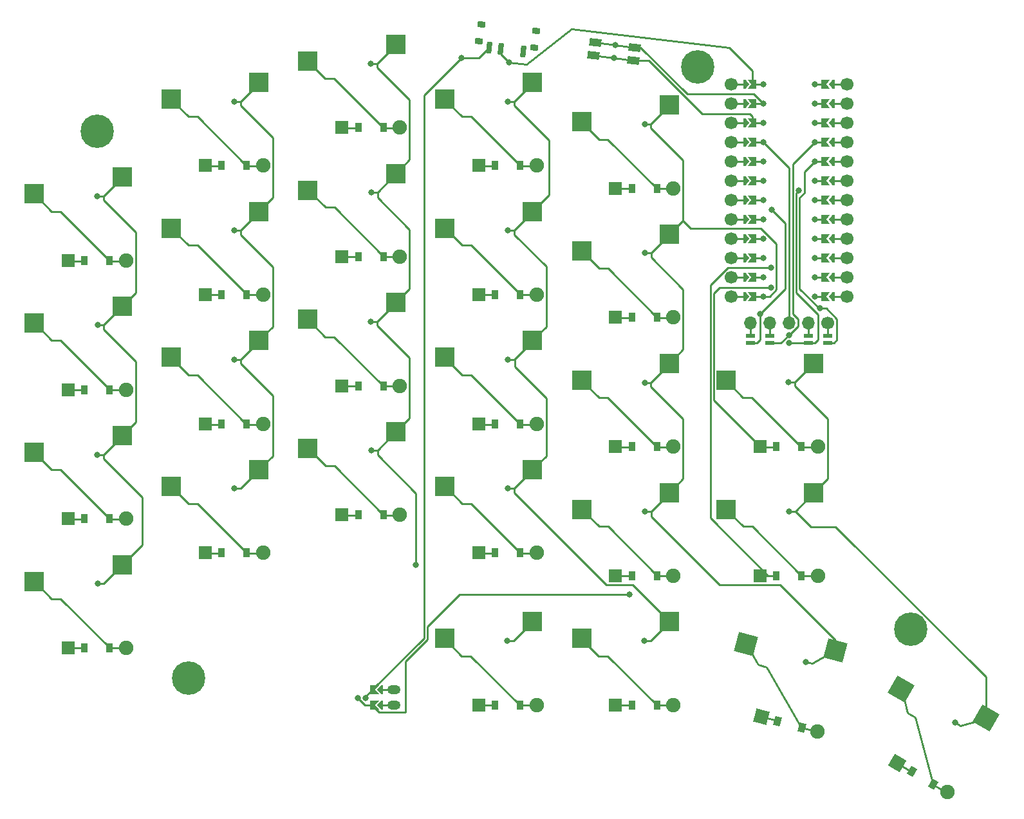
<source format=gbr>
%TF.GenerationSoftware,KiCad,Pcbnew,8.0.4*%
%TF.CreationDate,2024-09-01T12:28:14-05:00*%
%TF.ProjectId,sweeppp,73776565-7070-4702-9e6b-696361645f70,v1.0.0*%
%TF.SameCoordinates,Original*%
%TF.FileFunction,Copper,L1,Top*%
%TF.FilePolarity,Positive*%
%FSLAX46Y46*%
G04 Gerber Fmt 4.6, Leading zero omitted, Abs format (unit mm)*
G04 Created by KiCad (PCBNEW 8.0.4) date 2024-09-01 12:28:14*
%MOMM*%
%LPD*%
G01*
G04 APERTURE LIST*
G04 Aperture macros list*
%AMRotRect*
0 Rectangle, with rotation*
0 The origin of the aperture is its center*
0 $1 length*
0 $2 width*
0 $3 Rotation angle, in degrees counterclockwise*
0 Add horizontal line*
21,1,$1,$2,0,0,$3*%
%AMFreePoly0*
4,1,6,0.250000,0.000000,-0.250000,-0.625000,-0.500000,-0.625000,-0.500000,0.625000,-0.250000,0.625000,0.250000,0.000000,0.250000,0.000000,$1*%
%AMFreePoly1*
4,1,6,0.500000,-0.625000,-0.650000,-0.625000,-0.150000,0.000000,-0.650000,0.625000,0.500000,0.625000,0.500000,-0.625000,0.500000,-0.625000,$1*%
%AMFreePoly2*
4,1,6,0.600000,-0.200000,0.600000,-0.400000,-0.600000,-0.400000,-0.600000,-0.200000,0.000000,0.400000,0.600000,-0.200000,0.600000,-0.200000,$1*%
%AMFreePoly3*
4,1,6,0.600000,-1.000000,0.000000,-0.400000,-0.600000,-1.000000,-0.600000,0.250000,0.600000,0.250000,0.600000,-1.000000,0.600000,-1.000000,$1*%
G04 Aperture macros list end*
%TA.AperFunction,SMDPad,CuDef*%
%ADD10R,2.600000X2.600000*%
%TD*%
%TA.AperFunction,SMDPad,CuDef*%
%ADD11RotRect,2.600000X2.600000X345.000000*%
%TD*%
%TA.AperFunction,SMDPad,CuDef*%
%ADD12RotRect,2.600000X2.600000X330.000000*%
%TD*%
%TA.AperFunction,SMDPad,CuDef*%
%ADD13R,0.900000X1.200000*%
%TD*%
%TA.AperFunction,ComponentPad*%
%ADD14R,1.778000X1.778000*%
%TD*%
%TA.AperFunction,ComponentPad*%
%ADD15C,1.905000*%
%TD*%
%TA.AperFunction,SMDPad,CuDef*%
%ADD16RotRect,0.900000X1.200000X345.000000*%
%TD*%
%TA.AperFunction,ComponentPad*%
%ADD17RotRect,1.778000X1.778000X345.000000*%
%TD*%
%TA.AperFunction,SMDPad,CuDef*%
%ADD18RotRect,0.900000X1.200000X330.000000*%
%TD*%
%TA.AperFunction,ComponentPad*%
%ADD19RotRect,1.778000X1.778000X330.000000*%
%TD*%
%TA.AperFunction,ComponentPad*%
%ADD20C,1.700000*%
%TD*%
%TA.AperFunction,ComponentPad*%
%ADD21C,0.800000*%
%TD*%
%TA.AperFunction,SMDPad,CuDef*%
%ADD22FreePoly0,0.000000*%
%TD*%
%TA.AperFunction,SMDPad,CuDef*%
%ADD23FreePoly1,0.000000*%
%TD*%
%TA.AperFunction,SMDPad,CuDef*%
%ADD24FreePoly1,180.000000*%
%TD*%
%TA.AperFunction,SMDPad,CuDef*%
%ADD25FreePoly0,180.000000*%
%TD*%
%TA.AperFunction,SMDPad,CuDef*%
%ADD26R,1.200000X0.600000*%
%TD*%
%TA.AperFunction,ComponentPad*%
%ADD27O,1.700000X1.700000*%
%TD*%
%TA.AperFunction,SMDPad,CuDef*%
%ADD28RotRect,1.550000X1.000000X173.300000*%
%TD*%
%TA.AperFunction,SMDPad,CuDef*%
%ADD29RotRect,1.000000X0.800000X173.300000*%
%TD*%
%TA.AperFunction,SMDPad,CuDef*%
%ADD30RotRect,0.700000X1.500000X173.300000*%
%TD*%
%TA.AperFunction,ComponentPad*%
%ADD31O,1.750000X1.200000*%
%TD*%
%TA.AperFunction,SMDPad,CuDef*%
%ADD32FreePoly2,90.000000*%
%TD*%
%TA.AperFunction,SMDPad,CuDef*%
%ADD33FreePoly3,90.000000*%
%TD*%
%TA.AperFunction,ComponentPad*%
%ADD34C,0.700000*%
%TD*%
%TA.AperFunction,ComponentPad*%
%ADD35C,4.400000*%
%TD*%
%TA.AperFunction,ViaPad*%
%ADD36C,0.800000*%
%TD*%
%TA.AperFunction,Conductor*%
%ADD37C,0.250000*%
%TD*%
G04 APERTURE END LIST*
D10*
%TO.P,S1,1*%
%TO.N,P20*%
X100868928Y-90900575D03*
%TO.P,S1,2*%
%TO.N,pinky_bottom*%
X89318928Y-93100575D03*
%TD*%
%TO.P,S2,1*%
%TO.N,P20*%
X100868928Y-73900576D03*
%TO.P,S2,2*%
%TO.N,pinky_home*%
X89318928Y-76100576D03*
%TD*%
%TO.P,S3,1*%
%TO.N,P20*%
X100868929Y-56900576D03*
%TO.P,S3,2*%
%TO.N,pinky_top*%
X89318929Y-59100576D03*
%TD*%
%TO.P,S4,1*%
%TO.N,P20*%
X100868925Y-39900576D03*
%TO.P,S4,2*%
%TO.N,pinky_num*%
X89318925Y-42100576D03*
%TD*%
%TO.P,S5,1*%
%TO.N,P19*%
X118868927Y-78400574D03*
%TO.P,S5,2*%
%TO.N,ring_bottom*%
X107318927Y-80600574D03*
%TD*%
%TO.P,S6,1*%
%TO.N,P19*%
X118868928Y-61400574D03*
%TO.P,S6,2*%
%TO.N,ring_home*%
X107318928Y-63600574D03*
%TD*%
%TO.P,S7,1*%
%TO.N,P19*%
X118868927Y-44400574D03*
%TO.P,S7,2*%
%TO.N,ring_top*%
X107318927Y-46600574D03*
%TD*%
%TO.P,S8,1*%
%TO.N,P19*%
X118868928Y-27400576D03*
%TO.P,S8,2*%
%TO.N,ring_num*%
X107318928Y-29600576D03*
%TD*%
%TO.P,S9,1*%
%TO.N,P18*%
X136868926Y-73400577D03*
%TO.P,S9,2*%
%TO.N,middle_bottom*%
X125318926Y-75600577D03*
%TD*%
%TO.P,S10,1*%
%TO.N,P18*%
X136868928Y-56400573D03*
%TO.P,S10,2*%
%TO.N,middle_home*%
X125318928Y-58600573D03*
%TD*%
%TO.P,S11,1*%
%TO.N,P18*%
X136868927Y-39400576D03*
%TO.P,S11,2*%
%TO.N,middle_top*%
X125318927Y-41600576D03*
%TD*%
%TO.P,S12,1*%
%TO.N,P18*%
X136868927Y-22400576D03*
%TO.P,S12,2*%
%TO.N,middle_num*%
X125318927Y-24600576D03*
%TD*%
%TO.P,S13,1*%
%TO.N,P15*%
X154868927Y-78400576D03*
%TO.P,S13,2*%
%TO.N,index_bottom*%
X143318927Y-80600576D03*
%TD*%
%TO.P,S14,1*%
%TO.N,P15*%
X154868927Y-61400576D03*
%TO.P,S14,2*%
%TO.N,index_home*%
X143318927Y-63600576D03*
%TD*%
%TO.P,S15,1*%
%TO.N,P15*%
X154868927Y-44400575D03*
%TO.P,S15,2*%
%TO.N,index_top*%
X143318927Y-46600575D03*
%TD*%
%TO.P,S16,1*%
%TO.N,P15*%
X154868929Y-27400576D03*
%TO.P,S16,2*%
%TO.N,index_num*%
X143318929Y-29600576D03*
%TD*%
%TO.P,S17,1*%
%TO.N,P10*%
X172868929Y-81400576D03*
%TO.P,S17,2*%
%TO.N,inner_bottom*%
X161318929Y-83600576D03*
%TD*%
%TO.P,S18,1*%
%TO.N,P10*%
X172868926Y-64400576D03*
%TO.P,S18,2*%
%TO.N,inner_home*%
X161318926Y-66600576D03*
%TD*%
%TO.P,S19,1*%
%TO.N,P10*%
X172868926Y-47400574D03*
%TO.P,S19,2*%
%TO.N,inner_top*%
X161318926Y-49600574D03*
%TD*%
%TO.P,S20,1*%
%TO.N,P10*%
X172868928Y-30400575D03*
%TO.P,S20,2*%
%TO.N,inner_num*%
X161318928Y-32600575D03*
%TD*%
%TO.P,S21,1*%
%TO.N,P9*%
X191868927Y-81400574D03*
%TO.P,S21,2*%
%TO.N,inner2_bottom*%
X180318927Y-83600574D03*
%TD*%
%TO.P,S22,1*%
%TO.N,P9*%
X191868928Y-64400573D03*
%TO.P,S22,2*%
%TO.N,inner2_home*%
X180318928Y-66600573D03*
%TD*%
%TO.P,S23,1*%
%TO.N,P18*%
X154868928Y-98400576D03*
%TO.P,S23,2*%
%TO.N,outer2_cluster*%
X143318928Y-100600576D03*
%TD*%
%TO.P,S24,1*%
%TO.N,P15*%
X172868929Y-98400576D03*
%TO.P,S24,2*%
%TO.N,outer_cluster*%
X161318929Y-100600576D03*
%TD*%
D11*
%TO.P,S25,1*%
%TO.N,P10*%
X194677444Y-102159258D03*
%TO.P,S25,2*%
%TO.N,home_cluster*%
X182951599Y-101294935D03*
%TD*%
D12*
%TO.P,S26,1*%
%TO.N,P9*%
X214487975Y-111092045D03*
%TO.P,S26,2*%
%TO.N,inner_cluster*%
X203385381Y-107222301D03*
%TD*%
D13*
%TO.P,D1,1*%
%TO.N,P7*%
X95943927Y-101850574D03*
%TO.P,D1,2*%
%TO.N,pinky_bottom*%
X99243927Y-101850576D03*
D14*
%TO.P,D1,1*%
%TO.N,P7*%
X93783927Y-101850576D03*
D15*
%TO.P,D1,2*%
%TO.N,pinky_bottom*%
X101403927Y-101850574D03*
%TD*%
D13*
%TO.P,D2,1*%
%TO.N,P8*%
X95943929Y-84850576D03*
%TO.P,D2,2*%
%TO.N,pinky_home*%
X99243929Y-84850578D03*
D14*
%TO.P,D2,1*%
%TO.N,P8*%
X93783929Y-84850578D03*
D15*
%TO.P,D2,2*%
%TO.N,pinky_home*%
X101403929Y-84850576D03*
%TD*%
D13*
%TO.P,D3,1*%
%TO.N,P16*%
X95943928Y-67850574D03*
%TO.P,D3,2*%
%TO.N,pinky_top*%
X99243928Y-67850576D03*
D14*
%TO.P,D3,1*%
%TO.N,P16*%
X93783928Y-67850576D03*
D15*
%TO.P,D3,2*%
%TO.N,pinky_top*%
X101403928Y-67850574D03*
%TD*%
D13*
%TO.P,D4,1*%
%TO.N,P21*%
X95943927Y-50850576D03*
%TO.P,D4,2*%
%TO.N,pinky_num*%
X99243927Y-50850578D03*
D14*
%TO.P,D4,1*%
%TO.N,P21*%
X93783927Y-50850578D03*
D15*
%TO.P,D4,2*%
%TO.N,pinky_num*%
X101403927Y-50850576D03*
%TD*%
D13*
%TO.P,D5,1*%
%TO.N,P7*%
X113943926Y-89350574D03*
%TO.P,D5,2*%
%TO.N,ring_bottom*%
X117243926Y-89350576D03*
D14*
%TO.P,D5,1*%
%TO.N,P7*%
X111783926Y-89350576D03*
D15*
%TO.P,D5,2*%
%TO.N,ring_bottom*%
X119403926Y-89350574D03*
%TD*%
D13*
%TO.P,D6,1*%
%TO.N,P8*%
X113943928Y-72350574D03*
%TO.P,D6,2*%
%TO.N,ring_home*%
X117243928Y-72350576D03*
D14*
%TO.P,D6,1*%
%TO.N,P8*%
X111783928Y-72350576D03*
D15*
%TO.P,D6,2*%
%TO.N,ring_home*%
X119403928Y-72350574D03*
%TD*%
D13*
%TO.P,D7,1*%
%TO.N,P16*%
X113943928Y-55350573D03*
%TO.P,D7,2*%
%TO.N,ring_top*%
X117243928Y-55350575D03*
D14*
%TO.P,D7,1*%
%TO.N,P16*%
X111783928Y-55350575D03*
D15*
%TO.P,D7,2*%
%TO.N,ring_top*%
X119403928Y-55350573D03*
%TD*%
D13*
%TO.P,D8,1*%
%TO.N,P21*%
X113943927Y-38350574D03*
%TO.P,D8,2*%
%TO.N,ring_num*%
X117243927Y-38350576D03*
D14*
%TO.P,D8,1*%
%TO.N,P21*%
X111783927Y-38350576D03*
D15*
%TO.P,D8,2*%
%TO.N,ring_num*%
X119403927Y-38350574D03*
%TD*%
D13*
%TO.P,D9,1*%
%TO.N,P7*%
X131943927Y-84350572D03*
%TO.P,D9,2*%
%TO.N,middle_bottom*%
X135243927Y-84350574D03*
D14*
%TO.P,D9,1*%
%TO.N,P7*%
X129783927Y-84350574D03*
D15*
%TO.P,D9,2*%
%TO.N,middle_bottom*%
X137403927Y-84350572D03*
%TD*%
D13*
%TO.P,D10,1*%
%TO.N,P8*%
X131943925Y-67350575D03*
%TO.P,D10,2*%
%TO.N,middle_home*%
X135243925Y-67350577D03*
D14*
%TO.P,D10,1*%
%TO.N,P8*%
X129783925Y-67350577D03*
D15*
%TO.P,D10,2*%
%TO.N,middle_home*%
X137403925Y-67350575D03*
%TD*%
D13*
%TO.P,D11,1*%
%TO.N,P16*%
X131943928Y-50350575D03*
%TO.P,D11,2*%
%TO.N,middle_top*%
X135243928Y-50350577D03*
D14*
%TO.P,D11,1*%
%TO.N,P16*%
X129783928Y-50350577D03*
D15*
%TO.P,D11,2*%
%TO.N,middle_top*%
X137403928Y-50350575D03*
%TD*%
D13*
%TO.P,D12,1*%
%TO.N,P21*%
X131943928Y-33350574D03*
%TO.P,D12,2*%
%TO.N,middle_num*%
X135243928Y-33350576D03*
D14*
%TO.P,D12,1*%
%TO.N,P21*%
X129783928Y-33350576D03*
D15*
%TO.P,D12,2*%
%TO.N,middle_num*%
X137403928Y-33350574D03*
%TD*%
D13*
%TO.P,D13,1*%
%TO.N,P7*%
X149943927Y-89350575D03*
%TO.P,D13,2*%
%TO.N,index_bottom*%
X153243927Y-89350577D03*
D14*
%TO.P,D13,1*%
%TO.N,P7*%
X147783927Y-89350577D03*
D15*
%TO.P,D13,2*%
%TO.N,index_bottom*%
X155403927Y-89350575D03*
%TD*%
D13*
%TO.P,D14,1*%
%TO.N,P8*%
X149943927Y-72350573D03*
%TO.P,D14,2*%
%TO.N,index_home*%
X153243927Y-72350575D03*
D14*
%TO.P,D14,1*%
%TO.N,P8*%
X147783927Y-72350575D03*
D15*
%TO.P,D14,2*%
%TO.N,index_home*%
X155403927Y-72350573D03*
%TD*%
D13*
%TO.P,D15,1*%
%TO.N,P16*%
X149943928Y-55350575D03*
%TO.P,D15,2*%
%TO.N,index_top*%
X153243928Y-55350577D03*
D14*
%TO.P,D15,1*%
%TO.N,P16*%
X147783928Y-55350577D03*
D15*
%TO.P,D15,2*%
%TO.N,index_top*%
X155403928Y-55350575D03*
%TD*%
D13*
%TO.P,D16,1*%
%TO.N,P21*%
X149943930Y-38350575D03*
%TO.P,D16,2*%
%TO.N,index_num*%
X153243930Y-38350577D03*
D14*
%TO.P,D16,1*%
%TO.N,P21*%
X147783930Y-38350577D03*
D15*
%TO.P,D16,2*%
%TO.N,index_num*%
X155403930Y-38350575D03*
%TD*%
D13*
%TO.P,D17,1*%
%TO.N,P7*%
X167943927Y-92350574D03*
%TO.P,D17,2*%
%TO.N,inner_bottom*%
X171243927Y-92350576D03*
D14*
%TO.P,D17,1*%
%TO.N,P7*%
X165783927Y-92350576D03*
D15*
%TO.P,D17,2*%
%TO.N,inner_bottom*%
X173403927Y-92350574D03*
%TD*%
D13*
%TO.P,D18,1*%
%TO.N,P8*%
X167943928Y-75350573D03*
%TO.P,D18,2*%
%TO.N,inner_home*%
X171243928Y-75350575D03*
D14*
%TO.P,D18,1*%
%TO.N,P8*%
X165783928Y-75350575D03*
D15*
%TO.P,D18,2*%
%TO.N,inner_home*%
X173403928Y-75350573D03*
%TD*%
D13*
%TO.P,D19,1*%
%TO.N,P16*%
X167943926Y-58350574D03*
%TO.P,D19,2*%
%TO.N,inner_top*%
X171243926Y-58350576D03*
D14*
%TO.P,D19,1*%
%TO.N,P16*%
X165783926Y-58350576D03*
D15*
%TO.P,D19,2*%
%TO.N,inner_top*%
X173403926Y-58350574D03*
%TD*%
D13*
%TO.P,D20,1*%
%TO.N,P21*%
X167943927Y-41350574D03*
%TO.P,D20,2*%
%TO.N,inner_num*%
X171243927Y-41350576D03*
D14*
%TO.P,D20,1*%
%TO.N,P21*%
X165783927Y-41350576D03*
D15*
%TO.P,D20,2*%
%TO.N,inner_num*%
X173403927Y-41350574D03*
%TD*%
D13*
%TO.P,D21,1*%
%TO.N,P7*%
X186943929Y-92350574D03*
%TO.P,D21,2*%
%TO.N,inner2_bottom*%
X190243929Y-92350576D03*
D14*
%TO.P,D21,1*%
%TO.N,P7*%
X184783929Y-92350576D03*
D15*
%TO.P,D21,2*%
%TO.N,inner2_bottom*%
X192403929Y-92350574D03*
%TD*%
D13*
%TO.P,D22,1*%
%TO.N,P8*%
X186943927Y-75350573D03*
%TO.P,D22,2*%
%TO.N,inner2_home*%
X190243927Y-75350575D03*
D14*
%TO.P,D22,1*%
%TO.N,P8*%
X184783927Y-75350575D03*
D15*
%TO.P,D22,2*%
%TO.N,inner2_home*%
X192403927Y-75350573D03*
%TD*%
D13*
%TO.P,D23,1*%
%TO.N,P6*%
X149943927Y-109350574D03*
%TO.P,D23,2*%
%TO.N,outer2_cluster*%
X153243927Y-109350576D03*
D14*
%TO.P,D23,1*%
%TO.N,P6*%
X147783927Y-109350576D03*
D15*
%TO.P,D23,2*%
%TO.N,outer2_cluster*%
X155403927Y-109350574D03*
%TD*%
D13*
%TO.P,D24,1*%
%TO.N,P6*%
X167943929Y-109350574D03*
%TO.P,D24,2*%
%TO.N,outer_cluster*%
X171243929Y-109350576D03*
D14*
%TO.P,D24,1*%
%TO.N,P6*%
X165783929Y-109350576D03*
D15*
%TO.P,D24,2*%
%TO.N,outer_cluster*%
X173403929Y-109350574D03*
%TD*%
D16*
%TO.P,D25,1*%
%TO.N,P6*%
X187086193Y-111461463D03*
%TO.P,D25,2*%
%TO.N,home_cluster*%
X190273749Y-112315563D03*
D17*
%TO.P,D25,1*%
%TO.N,P6*%
X184999793Y-110902410D03*
D15*
%TO.P,D25,2*%
%TO.N,home_cluster*%
X192360149Y-112874616D03*
%TD*%
D18*
%TO.P,D26,1*%
%TO.N,P6*%
X204747803Y-118112521D03*
%TO.P,D26,2*%
%TO.N,inner_cluster*%
X207605689Y-119762521D03*
D19*
%TO.P,D26,1*%
%TO.N,P6*%
X202877189Y-117032520D03*
D15*
%TO.P,D26,2*%
%TO.N,inner_cluster*%
X209476303Y-120842522D03*
%TD*%
D20*
%TO.P,MCU1,24*%
%TO.N,MCU1_24*%
X180973925Y-27650574D03*
%TO.P,MCU1,1*%
%TO.N,MCU1_1*%
X196213925Y-27650574D03*
D21*
%TO.P,MCU1,101*%
%TO.N,P1*%
X191993925Y-27650574D03*
%TO.P,MCU1,124*%
%TO.N,RAW*%
X185193925Y-27650574D03*
D22*
%TO.P,MCU1,24*%
%TO.N,MCU1_24*%
X183093925Y-27650574D03*
D23*
%TO.P,MCU1,124*%
%TO.N,RAW*%
X183818924Y-27650574D03*
D24*
%TO.P,MCU1,101*%
%TO.N,P1*%
X193368925Y-27650574D03*
D25*
%TO.P,MCU1,1*%
%TO.N,MCU1_1*%
X194093925Y-27650574D03*
D20*
%TO.P,MCU1,23*%
%TO.N,MCU1_23*%
X180973925Y-30190573D03*
%TO.P,MCU1,2*%
%TO.N,MCU1_2*%
X196213925Y-30190573D03*
D21*
%TO.P,MCU1,102*%
%TO.N,P0*%
X191993925Y-30190574D03*
%TO.P,MCU1,123*%
%TO.N,GND*%
X185193925Y-30190574D03*
D22*
%TO.P,MCU1,23*%
%TO.N,MCU1_23*%
X183093925Y-30190574D03*
D23*
%TO.P,MCU1,123*%
%TO.N,GND*%
X183818925Y-30190575D03*
D24*
%TO.P,MCU1,102*%
%TO.N,P0*%
X193368925Y-30190575D03*
D25*
%TO.P,MCU1,2*%
%TO.N,MCU1_2*%
X194093925Y-30190574D03*
D20*
%TO.P,MCU1,22*%
%TO.N,MCU1_22*%
X180973925Y-32730574D03*
%TO.P,MCU1,3*%
%TO.N,MCU1_3*%
X196213925Y-32730574D03*
D21*
%TO.P,MCU1,103*%
%TO.N,GND*%
X191993925Y-32730574D03*
%TO.P,MCU1,122*%
%TO.N,RST*%
X185193927Y-32730575D03*
D22*
%TO.P,MCU1,22*%
%TO.N,MCU1_22*%
X183093925Y-32730573D03*
D23*
%TO.P,MCU1,122*%
%TO.N,RST*%
X183818925Y-32730574D03*
D24*
%TO.P,MCU1,103*%
%TO.N,GND*%
X193368925Y-32730574D03*
D25*
%TO.P,MCU1,3*%
%TO.N,MCU1_3*%
X194093925Y-32730574D03*
D20*
%TO.P,MCU1,21*%
%TO.N,MCU1_21*%
X180973925Y-35270574D03*
%TO.P,MCU1,4*%
%TO.N,MCU1_4*%
X196213925Y-35270574D03*
D21*
%TO.P,MCU1,104*%
%TO.N,GND*%
X191993926Y-35270574D03*
%TO.P,MCU1,121*%
%TO.N,VCC*%
X185193925Y-35270573D03*
D22*
%TO.P,MCU1,21*%
%TO.N,MCU1_21*%
X183093925Y-35270574D03*
D23*
%TO.P,MCU1,121*%
%TO.N,VCC*%
X183818925Y-35270574D03*
D24*
%TO.P,MCU1,104*%
%TO.N,GND*%
X193368927Y-35270574D03*
D25*
%TO.P,MCU1,4*%
%TO.N,MCU1_4*%
X194093925Y-35270574D03*
D20*
%TO.P,MCU1,20*%
%TO.N,MCU1_20*%
X180973925Y-37810575D03*
%TO.P,MCU1,5*%
%TO.N,MCU1_5*%
X196213925Y-37810575D03*
D21*
%TO.P,MCU1,105*%
%TO.N,P2*%
X191993924Y-37810574D03*
%TO.P,MCU1,120*%
%TO.N,P21*%
X185193926Y-37810574D03*
D22*
%TO.P,MCU1,20*%
%TO.N,MCU1_20*%
X183093925Y-37810574D03*
D23*
%TO.P,MCU1,120*%
%TO.N,P21*%
X183818926Y-37810573D03*
D24*
%TO.P,MCU1,105*%
%TO.N,P2*%
X193368924Y-37810573D03*
D25*
%TO.P,MCU1,5*%
%TO.N,MCU1_5*%
X194093925Y-37810574D03*
D20*
%TO.P,MCU1,19*%
%TO.N,MCU1_19*%
X180973925Y-40350574D03*
%TO.P,MCU1,6*%
%TO.N,MCU1_6*%
X196213925Y-40350574D03*
D21*
%TO.P,MCU1,106*%
%TO.N,P3*%
X191993924Y-40350574D03*
%TO.P,MCU1,119*%
%TO.N,P20*%
X185193926Y-40350574D03*
D22*
%TO.P,MCU1,19*%
%TO.N,MCU1_19*%
X183093925Y-40350574D03*
D23*
%TO.P,MCU1,119*%
%TO.N,P20*%
X183818925Y-40350574D03*
D24*
%TO.P,MCU1,106*%
%TO.N,P3*%
X193368925Y-40350574D03*
D25*
%TO.P,MCU1,6*%
%TO.N,MCU1_6*%
X194093925Y-40350574D03*
D20*
%TO.P,MCU1,18*%
%TO.N,MCU1_18*%
X180973925Y-42890573D03*
%TO.P,MCU1,7*%
%TO.N,MCU1_7*%
X196213925Y-42890573D03*
D21*
%TO.P,MCU1,107*%
%TO.N,P4*%
X191993924Y-42890574D03*
%TO.P,MCU1,118*%
%TO.N,P19*%
X185193926Y-42890574D03*
D22*
%TO.P,MCU1,18*%
%TO.N,MCU1_18*%
X183093925Y-42890574D03*
D23*
%TO.P,MCU1,118*%
%TO.N,P19*%
X183818926Y-42890575D03*
D24*
%TO.P,MCU1,107*%
%TO.N,P4*%
X193368924Y-42890575D03*
D25*
%TO.P,MCU1,7*%
%TO.N,MCU1_7*%
X194093925Y-42890574D03*
D20*
%TO.P,MCU1,17*%
%TO.N,MCU1_17*%
X180973925Y-45430574D03*
%TO.P,MCU1,8*%
%TO.N,MCU1_8*%
X196213925Y-45430574D03*
D21*
%TO.P,MCU1,108*%
%TO.N,P5*%
X191993925Y-45430575D03*
%TO.P,MCU1,117*%
%TO.N,P18*%
X185193924Y-45430574D03*
D22*
%TO.P,MCU1,17*%
%TO.N,MCU1_17*%
X183093925Y-45430574D03*
D23*
%TO.P,MCU1,117*%
%TO.N,P18*%
X183818923Y-45430574D03*
D24*
%TO.P,MCU1,108*%
%TO.N,P5*%
X193368925Y-45430574D03*
D25*
%TO.P,MCU1,8*%
%TO.N,MCU1_8*%
X194093925Y-45430574D03*
D20*
%TO.P,MCU1,16*%
%TO.N,MCU1_16*%
X180973925Y-47970574D03*
%TO.P,MCU1,9*%
%TO.N,MCU1_9*%
X196213925Y-47970574D03*
D21*
%TO.P,MCU1,109*%
%TO.N,P6*%
X191993923Y-47970573D03*
%TO.P,MCU1,116*%
%TO.N,P15*%
X185193925Y-47970574D03*
D22*
%TO.P,MCU1,16*%
%TO.N,MCU1_16*%
X183093925Y-47970574D03*
D23*
%TO.P,MCU1,116*%
%TO.N,P15*%
X183818925Y-47970574D03*
D24*
%TO.P,MCU1,109*%
%TO.N,P6*%
X193368925Y-47970574D03*
D25*
%TO.P,MCU1,9*%
%TO.N,MCU1_9*%
X194093925Y-47970575D03*
D20*
%TO.P,MCU1,15*%
%TO.N,MCU1_15*%
X180973925Y-50510575D03*
%TO.P,MCU1,10*%
%TO.N,MCU1_10*%
X196213925Y-50510575D03*
D21*
%TO.P,MCU1,110*%
%TO.N,P7*%
X191993925Y-50510574D03*
%TO.P,MCU1,115*%
%TO.N,P14*%
X185193925Y-50510574D03*
D22*
%TO.P,MCU1,15*%
%TO.N,MCU1_15*%
X183093925Y-50510574D03*
D23*
%TO.P,MCU1,115*%
%TO.N,P14*%
X183818925Y-50510573D03*
D24*
%TO.P,MCU1,110*%
%TO.N,P7*%
X193368925Y-50510573D03*
D25*
%TO.P,MCU1,10*%
%TO.N,MCU1_10*%
X194093925Y-50510574D03*
D20*
%TO.P,MCU1,14*%
%TO.N,MCU1_14*%
X180973925Y-53050574D03*
%TO.P,MCU1,11*%
%TO.N,MCU1_11*%
X196213925Y-53050574D03*
D21*
%TO.P,MCU1,111*%
%TO.N,P8*%
X191993925Y-53050574D03*
%TO.P,MCU1,114*%
%TO.N,P16*%
X185193925Y-53050574D03*
D22*
%TO.P,MCU1,14*%
%TO.N,MCU1_14*%
X183093925Y-53050574D03*
D23*
%TO.P,MCU1,114*%
%TO.N,P16*%
X183818925Y-53050574D03*
D24*
%TO.P,MCU1,111*%
%TO.N,P8*%
X193368926Y-53050574D03*
D25*
%TO.P,MCU1,11*%
%TO.N,MCU1_11*%
X194093925Y-53050574D03*
D20*
%TO.P,MCU1,13*%
%TO.N,MCU1_13*%
X180973924Y-55590574D03*
%TO.P,MCU1,12*%
%TO.N,MCU1_12*%
X196213926Y-55590573D03*
D21*
%TO.P,MCU1,112*%
%TO.N,P9*%
X191993925Y-55590574D03*
%TO.P,MCU1,113*%
%TO.N,P10*%
X185193925Y-55590574D03*
D22*
%TO.P,MCU1,13*%
%TO.N,MCU1_13*%
X183093925Y-55590574D03*
D23*
%TO.P,MCU1,113*%
%TO.N,P10*%
X183818924Y-55590574D03*
D24*
%TO.P,MCU1,112*%
%TO.N,P9*%
X193368926Y-55590574D03*
D25*
%TO.P,MCU1,12*%
%TO.N,MCU1_12*%
X194093925Y-55590574D03*
%TD*%
D26*
%TO.P,DISP1,14*%
%TO.N,DISP1_1*%
X183513928Y-60800574D03*
%TO.P,DISP1,15*%
%TO.N,DISP1_2*%
X186053928Y-60800573D03*
%TO.P,DISP1,16*%
%TO.N,DISP1_4*%
X191133928Y-60800574D03*
%TO.P,DISP1,17*%
%TO.N,DISP1_5*%
X193673928Y-60800573D03*
%TO.P,DISP1,10*%
%TO.N,P4*%
X183513929Y-61700573D03*
%TO.P,DISP1,11*%
%TO.N,GND*%
X186053929Y-61700573D03*
%TO.P,DISP1,12*%
%TO.N,P3*%
X191133928Y-61700573D03*
%TO.P,DISP1,13*%
%TO.N,P2*%
X193673928Y-61700572D03*
D27*
%TO.P,DISP1,1*%
%TO.N,DISP1_1*%
X183513928Y-59050573D03*
%TO.P,DISP1,2*%
%TO.N,DISP1_2*%
X186053927Y-59050573D03*
%TO.P,DISP1,3*%
%TO.N,VCC*%
X188593928Y-59050573D03*
%TO.P,DISP1,4*%
%TO.N,DISP1_4*%
X191133929Y-59050573D03*
D20*
%TO.P,DISP1,5*%
%TO.N,DISP1_5*%
X193673928Y-59050573D03*
%TD*%
D28*
%TO.P,RST1,1*%
%TO.N,GND*%
X168300172Y-22812641D03*
%TO.P,RST1,2*%
%TO.N,RST*%
X168101831Y-24501032D03*
%TO.P,RST1,3*%
%TO.N,GND*%
X163086027Y-22200120D03*
%TO.P,RST1,4*%
%TO.N,RST*%
X162887686Y-23888511D03*
%TD*%
D29*
%TO.P,PWR1,*%
%TO.N,*%
X148100107Y-19807412D03*
X147842265Y-22002319D03*
X155092411Y-22854015D03*
X155350253Y-20659107D03*
D30*
%TO.P,PWR1,1*%
%TO.N,N/C*%
X153626136Y-23336237D03*
%TO.P,PWR1,2*%
%TO.N,RAW*%
X150646624Y-22986224D03*
%TO.P,PWR1,3*%
%TO.N,BAT_P*%
X149156868Y-22811219D03*
%TD*%
D31*
%TO.P,JST1,11*%
%TO.N,JST1_1*%
X136593929Y-107350576D03*
%TO.P,JST1,12*%
%TO.N,JST1_2*%
X136593929Y-109350576D03*
D32*
%TO.P,JST1,21*%
%TO.N,JST1_1*%
X134793929Y-107350574D03*
%TO.P,JST1,22*%
%TO.N,JST1_2*%
X134793929Y-109350577D03*
D33*
%TO.P,JST1,1*%
%TO.N,BAT_P*%
X133777929Y-107350576D03*
%TO.P,JST1,2*%
%TO.N,GND*%
X133777929Y-109350576D03*
%TD*%
D34*
%TO.P,_1,1*%
%TO.N,N/C*%
X98760652Y-35017299D03*
D35*
X97593926Y-33850573D03*
D34*
X97593925Y-35500573D03*
X98760652Y-32683847D03*
X95943926Y-33850572D03*
X96427200Y-32683847D03*
X96427200Y-35017299D03*
X99243926Y-33850574D03*
X97593927Y-32200573D03*
%TD*%
%TO.P,_2,1*%
%TO.N,N/C*%
X110760654Y-107017302D03*
D35*
X109593928Y-105850576D03*
D34*
X109593927Y-107500576D03*
X110760654Y-104683850D03*
X107943928Y-105850575D03*
X108427202Y-104683850D03*
X108427202Y-107017302D03*
X111243928Y-105850577D03*
X109593929Y-104200576D03*
%TD*%
%TO.P,_3,1*%
%TO.N,N/C*%
X177760652Y-26517301D03*
D35*
X176593926Y-25350575D03*
D34*
X176593925Y-27000575D03*
X177760652Y-24183849D03*
X174943926Y-25350574D03*
X175427200Y-24183849D03*
X175427200Y-26517301D03*
X178243926Y-25350576D03*
X176593927Y-23700575D03*
%TD*%
%TO.P,_4,1*%
%TO.N,N/C*%
X205760653Y-100517302D03*
D35*
X204593927Y-99350576D03*
D34*
X204593926Y-101000576D03*
X205760653Y-98183850D03*
X202943927Y-99350575D03*
X203427201Y-98183850D03*
X203427201Y-100517302D03*
X206243927Y-99350577D03*
X204593928Y-97700576D03*
%TD*%
D36*
%TO.N,P7*%
X186200000Y-51800000D03*
%TO.N,P8*%
X186200000Y-54400000D03*
%TO.N,GND*%
X167600000Y-94800000D03*
%TO.N,P18*%
X139500000Y-90900000D03*
%TO.N,P3*%
X189905105Y-41672833D03*
%TO.N,P4*%
X186305106Y-44172834D03*
%TO.N,P2*%
X192705107Y-57172833D03*
%TO.N,P4*%
X184805106Y-57872833D03*
%TO.N,GND*%
X188605108Y-60672833D03*
%TO.N,P3*%
X188605106Y-61672832D03*
%TO.N,GND*%
X165755562Y-22497239D03*
%TO.N,RST*%
X165557225Y-24185629D03*
%TO.N,RAW*%
X151745484Y-24771793D03*
%TO.N,BAT_P*%
X145489437Y-24207037D03*
%TO.N,P20*%
X97645483Y-59371792D03*
X97620484Y-42421792D03*
X97620483Y-76421793D03*
X97645484Y-93371794D03*
%TO.N,P19*%
X115645484Y-46871795D03*
X115620484Y-29921793D03*
X115620484Y-63921793D03*
X115645483Y-80871793D03*
%TO.N,P18*%
X133645484Y-41871793D03*
X133620484Y-24921794D03*
X133620484Y-58921792D03*
X133645484Y-75871792D03*
%TO.N,P15*%
X151645483Y-46871793D03*
X151620483Y-29921792D03*
X151620482Y-63921794D03*
X151645483Y-80871793D03*
%TO.N,P10*%
X169645483Y-49871791D03*
X169620483Y-32921793D03*
X169645482Y-83871792D03*
X169620486Y-66921793D03*
%TO.N,P9*%
X210428800Y-111646911D03*
%TO.N,P10*%
X190851372Y-103665898D03*
%TO.N,P15*%
X169568928Y-100900576D03*
%TO.N,P18*%
X151568926Y-100900577D03*
%TO.N,P9*%
X188568928Y-66900575D03*
X188593927Y-83850575D03*
%TO.N,BAT_P*%
X132889437Y-108407036D03*
%TO.N,GND*%
X131889436Y-108407036D03*
%TD*%
D37*
%TO.N,P18*%
X139500000Y-90900000D02*
X139500000Y-81490335D01*
X139500000Y-81490335D02*
X134470485Y-76460820D01*
X134470485Y-76460820D02*
X134470485Y-75871792D01*
%TO.N,BAT_P*%
X145489437Y-24207037D02*
X144924680Y-24771794D01*
X144924680Y-24771794D02*
X144897711Y-24771794D01*
X144897711Y-24771794D02*
X140589437Y-29080068D01*
X140589437Y-29080068D02*
X140589437Y-100539066D01*
X140589437Y-100539066D02*
X133777928Y-107350575D01*
%TO.N,P10*%
X174681427Y-45588073D02*
X175698928Y-46605574D01*
X184854230Y-46605574D02*
X186925000Y-48676344D01*
X175698928Y-46605574D02*
X184854230Y-46605574D01*
X186925000Y-48676344D02*
X186925000Y-54700305D01*
X186925000Y-54700305D02*
X186034731Y-55590574D01*
X186034731Y-55590574D02*
X185193925Y-55590574D01*
%TO.N,GND*%
X133777929Y-109350576D02*
X134702929Y-110275576D01*
X134702929Y-110275576D02*
X138124424Y-110275576D01*
X138124424Y-103640478D02*
X141039437Y-100725465D01*
X141039437Y-100725465D02*
X141039437Y-99060563D01*
X138124424Y-110275576D02*
X138124424Y-103640478D01*
X141039437Y-99060563D02*
X145300000Y-94800000D01*
X145300000Y-94800000D02*
X167600000Y-94800000D01*
%TO.N,P7*%
X180562798Y-51800000D02*
X186200000Y-51800000D01*
X178243928Y-54118870D02*
X180562798Y-51800000D01*
X178243928Y-84775575D02*
X178243928Y-54118870D01*
X185818927Y-92350574D02*
X178243928Y-84775575D01*
X186943929Y-92350574D02*
X185818927Y-92350574D01*
%TO.N,P8*%
X179493928Y-54400000D02*
X186200000Y-54400000D01*
X178693928Y-55200000D02*
X179493928Y-54400000D01*
%TO.N,P2*%
X192705107Y-57172833D02*
X192550880Y-57172833D01*
X192550880Y-57172833D02*
X190000000Y-54621953D01*
X190000000Y-54621953D02*
X190000000Y-42603243D01*
X190000000Y-42603243D02*
X190630105Y-41973138D01*
X190630105Y-41973138D02*
X190630105Y-39174394D01*
X190630105Y-39174394D02*
X191993925Y-37810574D01*
%TO.N,P3*%
X189905105Y-41672833D02*
X189550000Y-42027938D01*
X191983928Y-61700574D02*
X191133929Y-61700573D01*
X189550000Y-42027938D02*
X189550000Y-55117727D01*
X189550000Y-55117727D02*
X192405105Y-57972832D01*
X192405106Y-61279396D02*
X191983928Y-61700574D01*
X192405105Y-57972832D02*
X192405106Y-61279396D01*
X191133929Y-61700573D02*
X188632847Y-61700575D01*
X188632847Y-61700575D02*
X188605106Y-61672832D01*
%TO.N,GND*%
X188605108Y-60672833D02*
X188633372Y-60672833D01*
X188633372Y-60672833D02*
X189768929Y-59537276D01*
X189768929Y-59537276D02*
X189768930Y-58563874D01*
X189768930Y-58563874D02*
X189100000Y-57894944D01*
X189100000Y-57894944D02*
X189100000Y-38164501D01*
X189100000Y-38164501D02*
X191993927Y-35270574D01*
%TO.N,P4*%
X184805106Y-57872833D02*
X188100000Y-54577939D01*
X188100000Y-54577939D02*
X188100000Y-45967728D01*
X188100000Y-45967728D02*
X186305106Y-44172834D01*
%TO.N,P8*%
X184783927Y-75350575D02*
X178693928Y-69260576D01*
X178693928Y-69260576D02*
X178693928Y-55200000D01*
%TO.N,P15*%
X172868929Y-98400576D02*
X168032929Y-93564576D01*
X168032929Y-93564576D02*
X164574243Y-93564576D01*
X164574243Y-93564576D02*
X152470484Y-81460817D01*
X152470484Y-81460817D02*
X152470484Y-80871793D01*
%TO.N,P10*%
X194677444Y-102159258D02*
X194677444Y-100813399D01*
X187428621Y-93564576D02*
X179464576Y-93564576D01*
X194677444Y-100813399D02*
X187428621Y-93564576D01*
X179464576Y-93564576D02*
X170470484Y-84570484D01*
X170470484Y-84570484D02*
X170470484Y-83871793D01*
%TO.N,P9*%
X214487975Y-111092045D02*
X214487975Y-105673734D01*
X214487975Y-105673734D02*
X194714241Y-85900000D01*
X194714241Y-85900000D02*
X191468353Y-85900000D01*
X191468353Y-85900000D02*
X189418929Y-83850576D01*
X191868927Y-81400574D02*
X193681427Y-79588074D01*
X193681427Y-79588074D02*
X193681427Y-71671756D01*
X193681427Y-71671756D02*
X189393928Y-67384257D01*
X189393928Y-67384257D02*
X189393928Y-66900576D01*
%TO.N,P10*%
X172868929Y-81400576D02*
X174681428Y-79588077D01*
X174681428Y-79588077D02*
X174681428Y-71671762D01*
X174681428Y-71671762D02*
X170445485Y-67435819D01*
X170445485Y-67435819D02*
X170445485Y-66921793D01*
X172868926Y-64400576D02*
X174681426Y-62588076D01*
X170470484Y-50470484D02*
X170470484Y-49871792D01*
X174681426Y-62588076D02*
X174681426Y-54681426D01*
X174681426Y-54681426D02*
X170470484Y-50470484D01*
X172868926Y-47400574D02*
X174681427Y-45588073D01*
X174681427Y-45588073D02*
X174681427Y-37681427D01*
X174681427Y-37681427D02*
X170445484Y-33445484D01*
X170445484Y-33445484D02*
X170445484Y-32921794D01*
%TO.N,P15*%
X154868927Y-44400575D02*
X157000000Y-42269502D01*
X157000000Y-42269502D02*
X157000000Y-35000000D01*
X152445485Y-30445485D02*
X152445485Y-29921792D01*
X157000000Y-35000000D02*
X152445485Y-30445485D01*
X154868927Y-61400576D02*
X156681428Y-59588075D01*
X156681428Y-59588075D02*
X156681428Y-51671760D01*
X156681428Y-51671760D02*
X152470482Y-47460814D01*
X152470482Y-47460814D02*
X152470482Y-46871793D01*
X154868927Y-78400576D02*
X156681427Y-76588076D01*
X156681427Y-76588076D02*
X156681427Y-68981427D01*
X156681427Y-68981427D02*
X152533638Y-64833638D01*
X152533638Y-64833638D02*
X152533638Y-63833638D01*
%TO.N,P18*%
X136868926Y-73400577D02*
X138681425Y-71588078D01*
X138681425Y-71588078D02*
X138681425Y-63671754D01*
X138681425Y-63671754D02*
X134445485Y-59435814D01*
X134445485Y-59435814D02*
X134445485Y-58921793D01*
X136868928Y-56400573D02*
X138681428Y-54588073D01*
X138681428Y-54588073D02*
X138681428Y-46781428D01*
X138681428Y-46781428D02*
X134470484Y-42570484D01*
X134470484Y-42570484D02*
X134470484Y-41871792D01*
X136868927Y-39400576D02*
X138681428Y-37588075D01*
X138681428Y-37588075D02*
X138681428Y-29671761D01*
X138681428Y-29671761D02*
X134445483Y-25435816D01*
X134445483Y-25435816D02*
X134445483Y-24921792D01*
%TO.N,P19*%
X118868927Y-44400574D02*
X120681427Y-42588074D01*
X116445485Y-30445485D02*
X116445485Y-29921794D01*
X120681427Y-42588074D02*
X120681427Y-34681427D01*
X120681427Y-34681427D02*
X116445485Y-30445485D01*
X118868928Y-61400574D02*
X120681428Y-59588074D01*
X120681428Y-59588074D02*
X120681428Y-51681428D01*
X120681428Y-51681428D02*
X116470485Y-47470485D01*
X116470485Y-47470485D02*
X116470485Y-46871793D01*
X118868927Y-78400574D02*
X120681428Y-76588073D01*
X120681428Y-76588073D02*
X120681428Y-68681428D01*
X120681428Y-68681428D02*
X116445484Y-64445484D01*
X116445484Y-64445484D02*
X116445484Y-63921793D01*
%TO.N,P20*%
X100868928Y-90900575D02*
X103500000Y-88269503D01*
X103500000Y-88269503D02*
X103500000Y-81990332D01*
X103500000Y-81990332D02*
X98445485Y-76935817D01*
X98445485Y-76935817D02*
X98445485Y-76421792D01*
X100868928Y-73900576D02*
X102681428Y-72088076D01*
X102681428Y-72088076D02*
X102681428Y-64171759D01*
X102681428Y-64171759D02*
X98470483Y-59960814D01*
X98470483Y-59960814D02*
X98470483Y-59371792D01*
X100868929Y-56900576D02*
X102681427Y-55088078D01*
X102681427Y-55088078D02*
X102681427Y-47171762D01*
X98445484Y-42935819D02*
X98445484Y-42421793D01*
X102681427Y-47171762D02*
X98445484Y-42935819D01*
%TO.N,GND*%
X131889437Y-108432342D02*
X132807670Y-109350576D01*
X132807670Y-109350576D02*
X133777928Y-109350576D01*
X131889436Y-108407036D02*
X131889437Y-108432342D01*
%TO.N,BAT_P*%
X132889437Y-108407036D02*
X132889436Y-108239063D01*
X132889436Y-108239063D02*
X133777926Y-107350573D01*
X145489437Y-24207037D02*
X147761051Y-24207037D01*
X147761051Y-24207037D02*
X149156870Y-22811217D01*
%TO.N,RAW*%
X180776086Y-22857901D02*
X183818925Y-25900741D01*
X183818925Y-25900741D02*
X183818925Y-27650573D01*
X159953218Y-20411776D02*
X180776086Y-22857901D01*
X154084553Y-25046570D02*
X159953218Y-20411776D01*
X151745484Y-24771793D02*
X154084553Y-25046570D01*
%TO.N,GND*%
X168300171Y-22812641D02*
X169070131Y-22812641D01*
X169070131Y-22812641D02*
X175230324Y-28972833D01*
X175230324Y-28972833D02*
X183976186Y-28972832D01*
X183976186Y-28972832D02*
X185193926Y-30190575D01*
%TO.N,RST*%
X168101830Y-24501032D02*
X170122128Y-24501032D01*
X170122128Y-24501032D02*
X177176668Y-31555574D01*
X177176668Y-31555574D02*
X183487846Y-31555575D01*
X183487846Y-31555575D02*
X183818926Y-31886653D01*
X183818926Y-31886653D02*
X183818926Y-32730573D01*
%TO.N,VCC*%
X188593928Y-59050574D02*
X188593928Y-38670574D01*
X188593928Y-38670574D02*
X185193925Y-35270573D01*
%TO.N,P2*%
X194523928Y-61700575D02*
X193673928Y-61700573D01*
X193505106Y-57172833D02*
X194905105Y-58572832D01*
X192705107Y-57172833D02*
X193505106Y-57172833D01*
X194905105Y-58572832D02*
X194905106Y-61319396D01*
X194905106Y-61319396D02*
X194523928Y-61700575D01*
%TO.N,P4*%
X184805106Y-57872833D02*
X184805106Y-61259397D01*
X184805106Y-61259397D02*
X184363928Y-61700573D01*
X184363928Y-61700573D02*
X183513928Y-61700573D01*
%TO.N,GND*%
X188579801Y-60672833D02*
X188605108Y-60672833D01*
X187552061Y-61700575D02*
X188579801Y-60672833D01*
X186053930Y-61700573D02*
X187552061Y-61700575D01*
X168300171Y-22812637D02*
X165769908Y-22515401D01*
X165769908Y-22515401D02*
X165755562Y-22497239D01*
X165755562Y-22497239D02*
X165258979Y-22438903D01*
X165258979Y-22438903D02*
X165240815Y-22453250D01*
X165240815Y-22453250D02*
X163086026Y-22200118D01*
%TO.N,RST*%
X168101830Y-24501030D02*
X165571568Y-24203795D01*
X165571568Y-24203795D02*
X165557225Y-24185629D01*
X165539058Y-24199976D02*
X165557225Y-24185629D01*
X162887687Y-23888512D02*
X165539058Y-24199976D01*
%TO.N,RAW*%
X150646625Y-23672932D02*
X151745484Y-24771793D01*
X150646625Y-22986224D02*
X150646625Y-23672932D01*
%TO.N,pinky_top*%
X89370483Y-59121792D02*
X91620485Y-61371794D01*
%TO.N,P20*%
X100895483Y-39971794D02*
X98445484Y-42421793D01*
X100920483Y-56921791D02*
X98470483Y-59371792D01*
%TO.N,pinky_top*%
X92795484Y-61371793D02*
X99295483Y-67871794D01*
X91620485Y-61371794D02*
X92795484Y-61371793D01*
%TO.N,pinky_home*%
X92770484Y-78421795D02*
X99270482Y-84921791D01*
%TO.N,P7*%
X95995482Y-101871793D02*
X93835484Y-101871794D01*
%TO.N,pinky_num*%
X92770485Y-44421794D02*
X99270482Y-50921793D01*
%TO.N,P16*%
X95995482Y-67871792D02*
X93835483Y-67871794D01*
%TO.N,pinky_num*%
X91595484Y-44421794D02*
X92770485Y-44421794D01*
%TO.N,P20*%
X98445484Y-42421793D02*
X97620484Y-42421792D01*
%TO.N,pinky_home*%
X99270482Y-84921791D02*
X101430483Y-84921793D01*
%TO.N,pinky_top*%
X99295483Y-67871794D02*
X101455484Y-67871793D01*
%TO.N,pinky_home*%
X91595482Y-78421792D02*
X92770484Y-78421795D01*
%TO.N,P20*%
X98470483Y-59371792D02*
X97645483Y-59371792D01*
%TO.N,P8*%
X95970483Y-84921794D02*
X93810483Y-84921793D01*
%TO.N,pinky_bottom*%
X91620485Y-95371794D02*
X92795484Y-95371793D01*
X99295482Y-101871793D02*
X101455485Y-101871792D01*
X89370482Y-93121792D02*
X91620485Y-95371794D01*
%TO.N,P20*%
X100920483Y-90921793D02*
X98470483Y-93371792D01*
X98445485Y-76421792D02*
X97620483Y-76421793D01*
%TO.N,pinky_home*%
X89345485Y-76171793D02*
X91595482Y-78421792D01*
%TO.N,pinky_bottom*%
X92795484Y-95371793D02*
X99295482Y-101871793D01*
%TO.N,pinky_num*%
X99270482Y-50921793D02*
X101430484Y-50921792D01*
%TO.N,P20*%
X98470483Y-93371792D02*
X97645484Y-93371794D01*
X100895483Y-73971795D02*
X98445485Y-76421792D01*
%TO.N,P21*%
X95970482Y-50921794D02*
X93810482Y-50921793D01*
%TO.N,pinky_num*%
X89345483Y-42171792D02*
X91595484Y-44421794D01*
%TO.N,ring_top*%
X107370483Y-46621793D02*
X109620483Y-48871793D01*
%TO.N,P19*%
X118895483Y-27471792D02*
X116445485Y-29921794D01*
X118920483Y-44421793D02*
X116470485Y-46871793D01*
%TO.N,ring_top*%
X110795484Y-48871793D02*
X117295482Y-55371795D01*
X109620483Y-48871793D02*
X110795484Y-48871793D01*
%TO.N,ring_home*%
X110770485Y-65921792D02*
X117270484Y-72421793D01*
%TO.N,P7*%
X113995484Y-89371794D02*
X111835482Y-89371794D01*
%TO.N,ring_num*%
X110770483Y-31921793D02*
X117270484Y-38421793D01*
%TO.N,P16*%
X113995483Y-55371790D02*
X111835483Y-55371794D01*
%TO.N,ring_num*%
X109595481Y-31921795D02*
X110770483Y-31921793D01*
%TO.N,P19*%
X116445485Y-29921794D02*
X115620484Y-29921793D01*
%TO.N,ring_home*%
X117270484Y-72421793D02*
X119430482Y-72421792D01*
%TO.N,ring_top*%
X117295482Y-55371795D02*
X119455482Y-55371793D01*
%TO.N,ring_home*%
X109595482Y-65921796D02*
X110770485Y-65921792D01*
%TO.N,P19*%
X116470485Y-46871793D02*
X115645484Y-46871795D01*
%TO.N,P8*%
X113970483Y-72421791D02*
X111810483Y-72421792D01*
%TO.N,ring_bottom*%
X109620483Y-82871793D02*
X110795484Y-82871792D01*
X117295484Y-89371794D02*
X119455481Y-89371792D01*
X107370482Y-80621794D02*
X109620483Y-82871793D01*
%TO.N,P19*%
X118920483Y-78421792D02*
X116470484Y-80871793D01*
X116445484Y-63921793D02*
X115620484Y-63921793D01*
%TO.N,ring_home*%
X107345484Y-63671794D02*
X109595482Y-65921796D01*
%TO.N,ring_bottom*%
X110795484Y-82871792D02*
X117295484Y-89371794D01*
%TO.N,ring_num*%
X117270484Y-38421793D02*
X119430483Y-38421792D01*
%TO.N,P19*%
X116470484Y-80871793D02*
X115645483Y-80871793D01*
X118895481Y-61471792D02*
X116445484Y-63921793D01*
%TO.N,P21*%
X113970483Y-38421793D02*
X111810484Y-38421792D01*
%TO.N,ring_num*%
X107345485Y-29671794D02*
X109595481Y-31921795D01*
%TO.N,middle_top*%
X125370482Y-41621794D02*
X127620483Y-43871794D01*
%TO.N,P18*%
X136895484Y-22471793D02*
X134445483Y-24921792D01*
X136920484Y-39421793D02*
X134470484Y-41871792D01*
%TO.N,middle_top*%
X128795484Y-43871794D02*
X135295484Y-50371793D01*
X127620483Y-43871794D02*
X128795484Y-43871794D01*
%TO.N,middle_home*%
X128770484Y-60921793D02*
X135270484Y-67421794D01*
%TO.N,P7*%
X131995483Y-84371793D02*
X129835483Y-84371794D01*
%TO.N,middle_num*%
X128770484Y-26921794D02*
X135270483Y-33421793D01*
%TO.N,P16*%
X131995483Y-50371792D02*
X129835484Y-50371794D01*
%TO.N,middle_num*%
X127595483Y-26921795D02*
X128770484Y-26921794D01*
%TO.N,P18*%
X134445483Y-24921792D02*
X133620484Y-24921794D01*
%TO.N,middle_home*%
X135270484Y-67421794D02*
X137430482Y-67421794D01*
%TO.N,middle_top*%
X135295484Y-50371793D02*
X137455483Y-50371792D01*
%TO.N,middle_home*%
X127595482Y-60921794D02*
X128770484Y-60921793D01*
%TO.N,P18*%
X134470484Y-41871792D02*
X133645484Y-41871793D01*
%TO.N,P8*%
X131970484Y-67421792D02*
X129810483Y-67421793D01*
%TO.N,middle_bottom*%
X127620483Y-77871793D02*
X128795485Y-77871795D01*
X135295482Y-84371793D02*
X137455483Y-84371793D01*
X125370482Y-75621793D02*
X127620483Y-77871793D01*
%TO.N,P18*%
X136920483Y-73421794D02*
X134470485Y-75871792D01*
X134445485Y-58921793D02*
X133620484Y-58921792D01*
%TO.N,middle_home*%
X125345485Y-58671793D02*
X127595482Y-60921794D01*
%TO.N,middle_bottom*%
X128795485Y-77871795D02*
X135295482Y-84371793D01*
%TO.N,middle_num*%
X135270483Y-33421793D02*
X137430483Y-33421793D01*
%TO.N,P18*%
X134470485Y-75871792D02*
X133645484Y-75871792D01*
X136895482Y-56471793D02*
X134445485Y-58921793D01*
%TO.N,P21*%
X131970482Y-33421793D02*
X129810484Y-33421793D01*
%TO.N,middle_num*%
X125345484Y-24671792D02*
X127595483Y-26921795D01*
%TO.N,index_top*%
X143370482Y-46621794D02*
X145620485Y-48871794D01*
%TO.N,P15*%
X154895484Y-27471793D02*
X152445485Y-29921792D01*
X154920484Y-44421794D02*
X152470482Y-46871793D01*
%TO.N,index_top*%
X146795483Y-48871793D02*
X153295481Y-55371794D01*
X145620485Y-48871794D02*
X146795483Y-48871793D01*
%TO.N,index_home*%
X146770483Y-65921791D02*
X153270483Y-72421792D01*
%TO.N,P7*%
X149995482Y-89371794D02*
X147835484Y-89371795D01*
%TO.N,index_num*%
X146770484Y-31921794D02*
X153270482Y-38421794D01*
%TO.N,P16*%
X149995483Y-55371791D02*
X147835483Y-55371794D01*
%TO.N,index_num*%
X145595483Y-31921793D02*
X146770484Y-31921794D01*
%TO.N,P15*%
X152445485Y-29921792D02*
X151620483Y-29921792D01*
%TO.N,index_home*%
X153270483Y-72421792D02*
X155430482Y-72421793D01*
%TO.N,index_top*%
X153295481Y-55371794D02*
X155455484Y-55371792D01*
%TO.N,index_home*%
X145595482Y-65921795D02*
X146770483Y-65921791D01*
%TO.N,P15*%
X152470482Y-46871793D02*
X151645483Y-46871793D01*
%TO.N,P8*%
X149970484Y-72421792D02*
X147810481Y-72421793D01*
%TO.N,index_bottom*%
X145620484Y-82871794D02*
X146795483Y-82871793D01*
X153295482Y-89371794D02*
X155455482Y-89371793D01*
X143370484Y-80621793D02*
X145620484Y-82871794D01*
%TO.N,P15*%
X154920483Y-78421794D02*
X152470484Y-80871793D01*
X152445485Y-63921792D02*
X151620482Y-63921794D01*
%TO.N,index_home*%
X143345484Y-63671792D02*
X145595482Y-65921795D01*
%TO.N,index_bottom*%
X146795483Y-82871793D02*
X153295482Y-89371794D01*
%TO.N,index_num*%
X153270482Y-38421794D02*
X155430483Y-38421793D01*
%TO.N,P15*%
X152470484Y-80871793D02*
X151645483Y-80871793D01*
X154895483Y-61471792D02*
X152445485Y-63921792D01*
%TO.N,P21*%
X149970483Y-38421794D02*
X147810482Y-38421794D01*
%TO.N,index_num*%
X143345483Y-29671794D02*
X145595483Y-31921793D01*
%TO.N,P10*%
X172895483Y-30471793D02*
X170445484Y-32921794D01*
%TO.N,inner_top*%
X163620483Y-51871794D02*
X164795484Y-51871792D01*
X161370483Y-49621794D02*
X163620483Y-51871794D01*
%TO.N,P10*%
X170470484Y-49871792D02*
X169645483Y-49871791D01*
X172920483Y-47421793D02*
X170470484Y-49871792D01*
%TO.N,inner_top*%
X164795484Y-51871792D02*
X171295481Y-58371795D01*
X171295481Y-58371795D02*
X173455482Y-58371793D01*
%TO.N,P16*%
X167995484Y-58371794D02*
X165835484Y-58371793D01*
%TO.N,inner_num*%
X164770484Y-34921793D02*
X171270485Y-41421793D01*
%TO.N,P10*%
X170445484Y-32921794D02*
X169620483Y-32921793D01*
%TO.N,inner_num*%
X163595481Y-34921796D02*
X164770484Y-34921793D01*
X171270485Y-41421793D02*
X173430482Y-41421792D01*
%TO.N,P21*%
X167970484Y-41421793D02*
X165810482Y-41421793D01*
%TO.N,inner_num*%
X161345484Y-32671793D02*
X163595481Y-34921796D01*
%TO.N,P10*%
X172895483Y-64471794D02*
X170445485Y-66921793D01*
%TO.N,inner_bottom*%
X163620485Y-85871792D02*
X164795483Y-85871794D01*
X161370484Y-83621792D02*
X163620485Y-85871792D01*
%TO.N,P10*%
X170470484Y-83871793D02*
X169645482Y-83871792D01*
X172920483Y-81421793D02*
X170470484Y-83871793D01*
%TO.N,inner_bottom*%
X164795483Y-85871794D02*
X171295483Y-92371794D01*
X171295483Y-92371794D02*
X173455483Y-92371793D01*
%TO.N,P7*%
X167995482Y-92371793D02*
X165835482Y-92371793D01*
%TO.N,inner_home*%
X164770484Y-68921795D02*
X171270483Y-75421792D01*
%TO.N,P10*%
X170445485Y-66921793D02*
X169620486Y-66921793D01*
%TO.N,inner_home*%
X163595483Y-68921794D02*
X164770484Y-68921795D01*
X171270483Y-75421792D02*
X173430483Y-75421793D01*
%TO.N,P8*%
X167970483Y-75421792D02*
X165810482Y-75421792D01*
%TO.N,inner_home*%
X161345483Y-66671791D02*
X163595483Y-68921794D01*
%TO.N,inner_cluster*%
X204211000Y-110366463D02*
X205228576Y-110953961D01*
X203387443Y-107292904D02*
X204211000Y-110366463D01*
%TO.N,P9*%
X211143270Y-112059410D02*
X210428800Y-111646911D01*
X214490034Y-111162648D02*
X211143270Y-112059410D01*
%TO.N,inner_cluster*%
X205228576Y-110953961D02*
X207607742Y-119833128D01*
X207607742Y-119833128D02*
X209478357Y-120913125D01*
%TO.N,P6*%
X204749858Y-118183126D02*
X202879244Y-117103127D01*
%TO.N,home_cluster*%
X184514030Y-104038365D02*
X185648995Y-104342475D01*
X182923041Y-101282689D02*
X184514030Y-104038365D01*
%TO.N,P10*%
X191648261Y-103879425D02*
X190851372Y-103665898D01*
X194648887Y-102147010D02*
X191648261Y-103879425D01*
%TO.N,home_cluster*%
X185648995Y-104342475D02*
X190245188Y-112303320D01*
X190245188Y-112303320D02*
X192331588Y-112862369D01*
%TO.N,P6*%
X187057633Y-111449217D02*
X184971233Y-110890168D01*
%TO.N,outer_cluster*%
X163543927Y-102900574D02*
X164718927Y-102900575D01*
X161293928Y-100650577D02*
X163543927Y-102900574D01*
%TO.N,P15*%
X170393929Y-100900577D02*
X169568928Y-100900576D01*
X172843927Y-98450575D02*
X170393929Y-100900577D01*
%TO.N,outer_cluster*%
X164718927Y-102900575D02*
X171218928Y-109400575D01*
X171218928Y-109400575D02*
X173378927Y-109400574D01*
%TO.N,P6*%
X167918927Y-109400577D02*
X165758928Y-109400573D01*
%TO.N,outer2_cluster*%
X145543926Y-102900574D02*
X146718928Y-102900574D01*
X143293926Y-100650577D02*
X145543926Y-102900574D01*
%TO.N,P18*%
X152393928Y-100900575D02*
X151568926Y-100900577D01*
X154843928Y-98450575D02*
X152393928Y-100900575D01*
%TO.N,outer2_cluster*%
X146718928Y-102900574D02*
X153218928Y-109400574D01*
X153218928Y-109400574D02*
X155378926Y-109400575D01*
%TO.N,P6*%
X149918929Y-109400574D02*
X147758926Y-109400576D01*
%TO.N,inner2_home*%
X182543926Y-68900575D02*
X183718929Y-68900575D01*
X180293927Y-66650575D02*
X182543926Y-68900575D01*
%TO.N,P9*%
X189393928Y-66900576D02*
X188568928Y-66900575D01*
%TO.N,inner2_home*%
X183718929Y-68900575D02*
X190218928Y-75400574D01*
X190218928Y-75400574D02*
X192378927Y-75400574D01*
%TO.N,P8*%
X186918926Y-75400576D02*
X184758927Y-75400573D01*
%TO.N,inner2_bottom*%
X180318927Y-83600575D02*
X182568928Y-85850575D01*
X182568928Y-85850575D02*
X183743927Y-85850574D01*
X183743927Y-85850574D02*
X190243927Y-92350576D01*
%TO.N,P9*%
X189418929Y-83850576D02*
X188593927Y-83850575D01*
X191868927Y-81400577D02*
X189418929Y-83850576D01*
%TO.N,inner2_bottom*%
X190243927Y-92350576D02*
X192403927Y-92350575D01*
%TO.N,P7*%
X186943927Y-92350575D02*
X184783926Y-92350576D01*
%TO.N,P1*%
X193368927Y-27650576D02*
X191993927Y-27650573D01*
%TO.N,RAW*%
X183818928Y-27650575D02*
X185193928Y-27650576D01*
%TO.N,MCU1_24*%
X180973928Y-27650575D02*
X183093928Y-27650576D01*
%TO.N,MCU1_1*%
X194093927Y-27650573D02*
X196213926Y-27650577D01*
%TO.N,P0*%
X193368929Y-30190575D02*
X191993928Y-30190575D01*
%TO.N,GND*%
X183818928Y-30190574D02*
X185193927Y-30190574D01*
%TO.N,MCU1_23*%
X180973926Y-30190576D02*
X183093928Y-30190575D01*
%TO.N,MCU1_2*%
X194093927Y-30190574D02*
X196213927Y-30190574D01*
%TO.N,GND*%
X193368926Y-32730575D02*
X191993926Y-32730575D01*
%TO.N,RST*%
X183818925Y-32730576D02*
X185193928Y-32730576D01*
%TO.N,MCU1_22*%
X180973929Y-32730576D02*
X183093927Y-32730576D01*
%TO.N,MCU1_3*%
X194093927Y-32730573D02*
X196213928Y-32730574D01*
%TO.N,GND*%
X193368928Y-35270573D02*
X191993927Y-35270577D01*
%TO.N,VCC*%
X183818928Y-35270574D02*
X185193928Y-35270576D01*
%TO.N,MCU1_21*%
X180973930Y-35270575D02*
X183093928Y-35270575D01*
%TO.N,MCU1_4*%
X194093927Y-35270577D02*
X196213927Y-35270575D01*
%TO.N,P2*%
X193368925Y-37810574D02*
X191993927Y-37810575D01*
%TO.N,P21*%
X183818926Y-37810574D02*
X185193927Y-37810577D01*
%TO.N,MCU1_20*%
X180973927Y-37810573D02*
X183093928Y-37810575D01*
%TO.N,MCU1_5*%
X194093927Y-37810575D02*
X196213928Y-37810575D01*
%TO.N,P3*%
X193368927Y-40350574D02*
X191993925Y-40350575D01*
%TO.N,P20*%
X183818926Y-40350575D02*
X185193929Y-40350573D01*
%TO.N,MCU1_19*%
X180973929Y-40350575D02*
X183093928Y-40350575D01*
%TO.N,MCU1_6*%
X194093927Y-40350576D02*
X196213925Y-40350576D01*
%TO.N,P4*%
X193368928Y-42890575D02*
X191993927Y-42890577D01*
%TO.N,P19*%
X183818927Y-42890574D02*
X185193928Y-42890575D01*
%TO.N,MCU1_18*%
X180973928Y-42890573D02*
X183093928Y-42890575D01*
%TO.N,MCU1_7*%
X194093927Y-42890575D02*
X196213928Y-42890572D01*
%TO.N,P5*%
X193368927Y-45430573D02*
X191993928Y-45430575D01*
%TO.N,P18*%
X183818927Y-45430574D02*
X185193927Y-45430576D01*
%TO.N,MCU1_17*%
X180973927Y-45430576D02*
X183093926Y-45430576D01*
%TO.N,MCU1_8*%
X194093925Y-45430575D02*
X196213927Y-45430577D01*
%TO.N,P6*%
X193368926Y-47970575D02*
X191993926Y-47970576D01*
%TO.N,P15*%
X183818928Y-47970574D02*
X185193928Y-47970575D01*
%TO.N,MCU1_16*%
X180973928Y-47970576D02*
X183093929Y-47970576D01*
%TO.N,MCU1_9*%
X194093927Y-47970575D02*
X196213925Y-47970575D01*
%TO.N,P7*%
X193368929Y-50510576D02*
X191993928Y-50510574D01*
%TO.N,P14*%
X183818926Y-50510574D02*
X185193928Y-50510575D01*
%TO.N,MCU1_15*%
X180973927Y-50510576D02*
X183093928Y-50510575D01*
%TO.N,MCU1_10*%
X194093926Y-50510576D02*
X196213927Y-50510575D01*
%TO.N,P8*%
X193368925Y-53050573D02*
X191993926Y-53050575D01*
%TO.N,P16*%
X183818928Y-53050576D02*
X185193928Y-53050575D01*
%TO.N,MCU1_14*%
X180973927Y-53050575D02*
X183093927Y-53050575D01*
%TO.N,MCU1_11*%
X194093925Y-53050575D02*
X196213927Y-53050575D01*
%TO.N,P9*%
X193368928Y-55590576D02*
X191993926Y-55590575D01*
%TO.N,P10*%
X183818928Y-55590575D02*
X185193928Y-55590576D01*
%TO.N,MCU1_13*%
X180973928Y-55590575D02*
X183093929Y-55590576D01*
%TO.N,MCU1_12*%
X194093928Y-55590574D02*
X196213925Y-55590575D01*
%TO.N,DISP1_1*%
X183513926Y-59050577D02*
X183513927Y-60800576D01*
%TO.N,DISP1_2*%
X186053928Y-59050575D02*
X186053925Y-60800576D01*
%TO.N,DISP1_4*%
X191133927Y-59050575D02*
X191133928Y-60800575D01*
%TO.N,DISP1_5*%
X193673927Y-59050576D02*
X193673927Y-60800574D01*
%TO.N,JST1_1*%
X134793927Y-107350575D02*
X136593928Y-107350575D01*
%TO.N,JST1_2*%
X134793929Y-109350575D02*
X136593927Y-109350576D01*
%TO.N,P9*%
X191843927Y-64450573D02*
X189393928Y-66900576D01*
%TD*%
M02*

</source>
